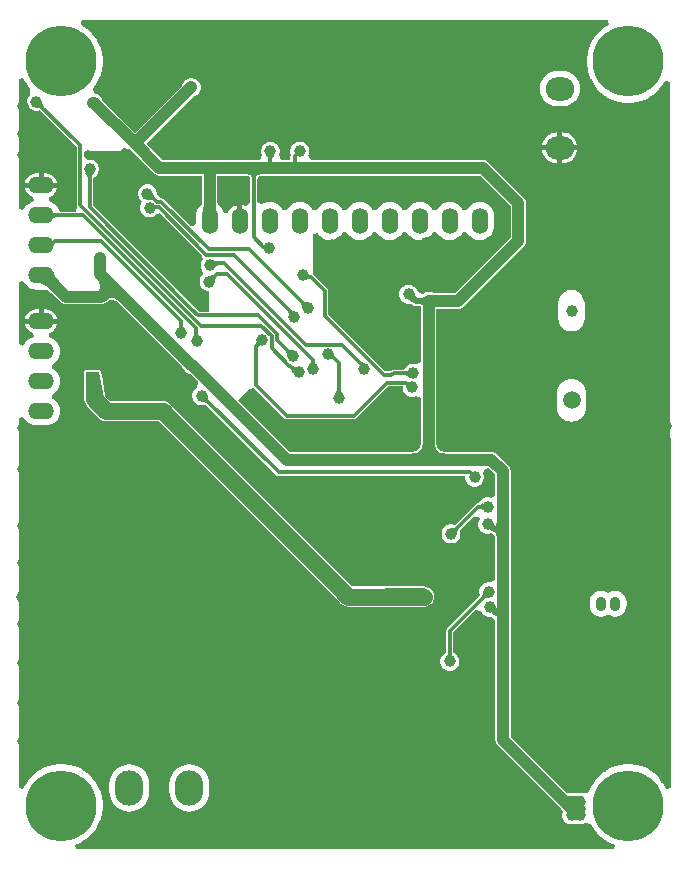
<source format=gbl>
G04*
G04 #@! TF.GenerationSoftware,Altium Limited,Altium Designer,22.3.1 (43)*
G04*
G04 Layer_Physical_Order=2*
G04 Layer_Color=16711680*
%FSLAX44Y44*%
%MOMM*%
G71*
G04*
G04 #@! TF.SameCoordinates,0660A848-1A26-4927-BFA5-E7A76C088184*
G04*
G04*
G04 #@! TF.FilePolarity,Positive*
G04*
G01*
G75*
%ADD92C,0.3000*%
%ADD93C,1.4000*%
%ADD94C,0.5000*%
%ADD95C,1.0000*%
%ADD97C,6.0000*%
%ADD99O,0.9000X1.2000*%
%ADD100C,1.5000*%
%ADD101C,1.0000*%
%ADD102C,0.8000*%
%ADD103O,2.4000X3.0000*%
%ADD104O,2.2000X1.4000*%
%ADD105O,2.4000X2.0000*%
%ADD106O,1.4000X2.2000*%
G36*
X19010Y630402D02*
X19053Y629879D01*
X19128Y629379D01*
X19235Y628904D01*
X19375Y628454D01*
X19546Y628028D01*
X19750Y627626D01*
X19986Y627248D01*
X20254Y626895D01*
X20555Y626567D01*
X18433Y624445D01*
X18105Y624746D01*
X17751Y625014D01*
X17374Y625250D01*
X16972Y625454D01*
X16546Y625625D01*
X16095Y625765D01*
X15621Y625872D01*
X15122Y625947D01*
X14598Y625990D01*
X14050Y626000D01*
X19000Y630950D01*
X19010Y630402D01*
D02*
G37*
G36*
X92693Y591036D02*
X113364Y570364D01*
X114722Y569322D01*
X116303Y568667D01*
X118000Y568444D01*
X154144D01*
Y547311D01*
X154113Y545435D01*
X154030Y544041D01*
X154001Y544026D01*
X152174Y542526D01*
X150674Y540699D01*
X149560Y538614D01*
X148874Y536352D01*
X148642Y534000D01*
Y527027D01*
X146197Y525581D01*
X144689Y525323D01*
X121516Y548496D01*
X120523Y549159D01*
X119353Y549392D01*
X119353Y549392D01*
X119313D01*
X116000Y551947D01*
Y554053D01*
X115455Y556088D01*
X114402Y557912D01*
X112912Y559402D01*
X111088Y560455D01*
X109053Y561000D01*
X106947D01*
X104912Y560455D01*
X103088Y559402D01*
X101598Y557912D01*
X100545Y556088D01*
X100000Y554053D01*
Y551947D01*
X100545Y549912D01*
X101598Y548088D01*
X103088Y546598D01*
X102291Y544088D01*
X101746Y542053D01*
Y539947D01*
X102291Y537912D01*
X103345Y536088D01*
X104834Y534598D01*
X106658Y533545D01*
X108693Y533000D01*
X110800D01*
X112834Y533545D01*
X114658Y534598D01*
X116148Y536088D01*
X118588Y536409D01*
X153040Y501957D01*
X154598Y497859D01*
X153545Y496035D01*
X153000Y494000D01*
Y491894D01*
X153545Y489859D01*
X154057Y488973D01*
X155095Y485286D01*
X153727Y483551D01*
X153686Y483511D01*
X152633Y481686D01*
X152088Y479652D01*
Y477545D01*
X152633Y475510D01*
X153686Y473686D01*
X155176Y472197D01*
X157000Y471144D01*
X159035Y470598D01*
X160088D01*
Y453059D01*
X151953D01*
X148795Y456217D01*
X148163Y457163D01*
X148163Y457163D01*
X62059Y543267D01*
Y566537D01*
X62088Y566545D01*
X63912Y567598D01*
X65402Y569088D01*
X66455Y570912D01*
X67000Y572947D01*
Y575053D01*
X66455Y577088D01*
X65402Y578912D01*
X63912Y580402D01*
X62088Y581455D01*
X60053Y582000D01*
X57947D01*
X54267Y584547D01*
X54136Y584793D01*
X54479Y588321D01*
X58024Y589856D01*
X59000Y589000D01*
X85000D01*
X87450Y591450D01*
X92693Y591036D01*
D02*
G37*
G36*
X215120Y585034D02*
X214780Y584634D01*
X214480Y584228D01*
X214220Y583816D01*
X214000Y583399D01*
X213820Y582977D01*
X213680Y582548D01*
X213580Y582115D01*
X213520Y581675D01*
X213500Y581230D01*
X210500D01*
X210480Y581675D01*
X210420Y582115D01*
X210320Y582548D01*
X210180Y582977D01*
X210000Y583399D01*
X209780Y583816D01*
X209520Y584228D01*
X209220Y584634D01*
X208880Y585034D01*
X208500Y585429D01*
X215500D01*
X215120Y585034D01*
D02*
G37*
G36*
X62120Y570034D02*
X61780Y569634D01*
X61480Y569228D01*
X61220Y568816D01*
X61000Y568399D01*
X60820Y567977D01*
X60680Y567548D01*
X60580Y567115D01*
X60520Y566675D01*
X60500Y566230D01*
X57500D01*
X57480Y566675D01*
X57420Y567115D01*
X57320Y567548D01*
X57180Y567977D01*
X57000Y568399D01*
X56780Y568816D01*
X56520Y569228D01*
X56220Y569634D01*
X55880Y570034D01*
X55500Y570429D01*
X62500D01*
X62120Y570034D01*
D02*
G37*
G36*
X209500Y570000D02*
X205900Y569880D01*
X204400Y569730D01*
X203100Y569520D01*
X202000Y569250D01*
X201100Y568920D01*
X200400Y568530D01*
X200152Y568307D01*
X200009Y567637D01*
X199826Y566442D01*
X199582Y563623D01*
X199500Y560230D01*
X196500D01*
X196480Y561998D01*
X196174Y566442D01*
X195991Y567637D01*
X195848Y568307D01*
X195600Y568530D01*
X194900Y568920D01*
X194000Y569250D01*
X192900Y569520D01*
X191600Y569730D01*
X188400Y569970D01*
X186500Y570000D01*
X198000Y580000D01*
X209500Y570000D01*
D02*
G37*
G36*
X113043Y553139D02*
X113294Y552097D01*
X113453Y551617D01*
X113634Y551165D01*
X113837Y550740D01*
X114062Y550342D01*
X114309Y549971D01*
X114578Y549628D01*
X114869Y549312D01*
X113086Y546853D01*
X112748Y547160D01*
X112390Y547426D01*
X112011Y547650D01*
X111613Y547834D01*
X111194Y547976D01*
X110756Y548076D01*
X110297Y548135D01*
X109817Y548153D01*
X109318Y548129D01*
X108799Y548064D01*
X112951Y553700D01*
X113043Y553139D01*
D02*
G37*
G36*
X188331Y568442D02*
X191420Y568210D01*
X192595Y568020D01*
X193553Y567785D01*
X194261Y567525D01*
X194476Y567405D01*
X194486Y567362D01*
X194653Y566273D01*
X194941Y562076D01*
Y544863D01*
X191143Y542735D01*
X188710Y543743D01*
X188100Y543823D01*
Y530000D01*
X184100D01*
Y543823D01*
X183489Y543743D01*
X181057Y542735D01*
X178968Y541132D01*
X177365Y539043D01*
X176357Y536611D01*
X172526Y536352D01*
X171840Y538614D01*
X170726Y540699D01*
X169226Y542526D01*
X167472Y543966D01*
X167256Y546958D01*
Y568444D01*
X188178D01*
X188331Y568442D01*
D02*
G37*
G36*
X3542Y649486D02*
X5836Y645513D01*
X8629Y641873D01*
X8704Y641798D01*
X8862Y639983D01*
X8266Y636579D01*
X7598Y635912D01*
X6545Y634088D01*
X6000Y632053D01*
Y629947D01*
X6545Y627912D01*
X7598Y626088D01*
X9088Y624598D01*
X10912Y623545D01*
X12947Y623000D01*
X15053D01*
X17088Y623545D01*
X17114Y623560D01*
X47941Y592733D01*
Y543322D01*
X47941Y543322D01*
X48174Y542152D01*
X48437Y541759D01*
X47275Y537759D01*
X33612D01*
X33140Y539314D01*
X32026Y541399D01*
X30526Y543226D01*
X28699Y544726D01*
X26614Y545840D01*
X24352Y546526D01*
X24611Y550357D01*
X27043Y551365D01*
X29132Y552968D01*
X30735Y555057D01*
X31743Y557490D01*
X31823Y558100D01*
X18000D01*
X4177D01*
X4257Y557490D01*
X5265Y555057D01*
X6868Y552968D01*
X8957Y551365D01*
X11389Y550357D01*
X11648Y546526D01*
X9386Y545840D01*
X7301Y544726D01*
X5474Y543226D01*
X3974Y541399D01*
X2860Y539314D01*
X-1000Y540370D01*
Y649999D01*
X3000Y650794D01*
X3542Y649486D01*
D02*
G37*
G36*
X165715Y547068D02*
X166229Y539954D01*
X166420Y538935D01*
X166641Y538049D01*
X166891Y537297D01*
X167170Y536680D01*
X154230D01*
X154509Y537297D01*
X154759Y538049D01*
X154980Y538935D01*
X155171Y539954D01*
X155465Y542397D01*
X155641Y545377D01*
X155700Y548894D01*
X165700D01*
X165715Y547068D01*
D02*
G37*
G36*
X28308Y537403D02*
X28414Y537151D01*
X28592Y536928D01*
X28841Y536735D01*
X29161Y536571D01*
X29552Y536438D01*
X30015Y536334D01*
X30548Y536259D01*
X31153Y536215D01*
X31828Y536200D01*
Y533200D01*
X31153Y533185D01*
X30015Y533066D01*
X29552Y532962D01*
X29161Y532829D01*
X28841Y532665D01*
X28592Y532472D01*
X28414Y532249D01*
X28308Y531997D01*
X28272Y531714D01*
Y537686D01*
X28308Y537403D01*
D02*
G37*
G36*
X415444Y542284D02*
Y515716D01*
X368284Y468556D01*
X350644D01*
X349088Y469455D01*
X347053Y470000D01*
X344947D01*
X342912Y469455D01*
X341088Y468402D01*
X341000Y468314D01*
X338979Y468687D01*
X336806Y469777D01*
X336455Y471088D01*
X335402Y472912D01*
X333912Y474402D01*
X332088Y475455D01*
X330053Y476000D01*
X327947D01*
X325912Y475455D01*
X324088Y474402D01*
X322598Y472912D01*
X321545Y471088D01*
X321000Y469053D01*
Y466947D01*
X321545Y464912D01*
X322598Y463088D01*
X324088Y461598D01*
X325912Y460545D01*
X327947Y460000D01*
X330053D01*
X330983Y460249D01*
X332116Y459116D01*
X333439Y458232D01*
X335000Y457922D01*
X335000Y457922D01*
X336954D01*
X337186Y457916D01*
X339014Y457755D01*
X339232Y457722D01*
X339444Y457355D01*
Y411136D01*
X337582Y409649D01*
X335444Y408627D01*
X334053Y409000D01*
X331947D01*
X329912Y408455D01*
X328088Y407402D01*
X326598Y405912D01*
X325545Y404088D01*
X325537Y404059D01*
X316314D01*
X316314Y404059D01*
X315143Y403826D01*
X314151Y403163D01*
X313587Y402599D01*
X309413D01*
X301163Y410849D01*
X301163Y410849D01*
X261059Y450953D01*
Y471000D01*
X261059Y471000D01*
X260826Y472171D01*
X260163Y473163D01*
X260163Y473163D01*
X248380Y484945D01*
X248000Y485200D01*
Y518812D01*
X252000Y519814D01*
X252274Y519301D01*
X253774Y517474D01*
X255601Y515974D01*
X257686Y514860D01*
X259948Y514174D01*
X262300Y513942D01*
X264652Y514174D01*
X266914Y514860D01*
X268999Y515974D01*
X270826Y517474D01*
X272326Y519301D01*
X272785Y520160D01*
X273671Y520448D01*
X276329D01*
X277215Y520160D01*
X277674Y519301D01*
X279174Y517474D01*
X281001Y515974D01*
X283086Y514860D01*
X285348Y514174D01*
X287700Y513942D01*
X290052Y514174D01*
X292314Y514860D01*
X294399Y515974D01*
X296226Y517474D01*
X297726Y519301D01*
X298185Y520160D01*
X299071Y520448D01*
X301729D01*
X302615Y520160D01*
X303074Y519301D01*
X304574Y517474D01*
X306401Y515974D01*
X308486Y514860D01*
X310748Y514174D01*
X313100Y513942D01*
X315452Y514174D01*
X317714Y514860D01*
X319799Y515974D01*
X321626Y517474D01*
X323126Y519301D01*
X323585Y520160D01*
X324471Y520448D01*
X327129D01*
X328015Y520160D01*
X328474Y519301D01*
X329974Y517474D01*
X331801Y515974D01*
X333886Y514860D01*
X336148Y514174D01*
X338500Y513942D01*
X340852Y514174D01*
X343114Y514860D01*
X345199Y515974D01*
X347026Y517474D01*
X348526Y519301D01*
X348985Y520160D01*
X349871Y520448D01*
X352529D01*
X353415Y520160D01*
X353874Y519301D01*
X355374Y517474D01*
X357201Y515974D01*
X359286Y514860D01*
X361548Y514174D01*
X363900Y513942D01*
X366252Y514174D01*
X368514Y514860D01*
X370599Y515974D01*
X372426Y517474D01*
X373926Y519301D01*
X374385Y520160D01*
X375271Y520448D01*
X377929D01*
X378815Y520160D01*
X379274Y519301D01*
X380774Y517474D01*
X382601Y515974D01*
X384686Y514860D01*
X386948Y514174D01*
X389300Y513942D01*
X391652Y514174D01*
X393914Y514860D01*
X395999Y515974D01*
X397826Y517474D01*
X399326Y519301D01*
X400440Y521386D01*
X401126Y523648D01*
X401358Y526000D01*
Y534000D01*
X401126Y536352D01*
X400440Y538614D01*
X399326Y540699D01*
X397826Y542526D01*
X395999Y544026D01*
X393914Y545140D01*
X391652Y545826D01*
X389300Y546058D01*
X386948Y545826D01*
X384686Y545140D01*
X382601Y544026D01*
X380774Y542526D01*
X379274Y540699D01*
X378815Y539840D01*
X377929Y539552D01*
X375271D01*
X374385Y539840D01*
X373926Y540699D01*
X372426Y542526D01*
X370599Y544026D01*
X368514Y545140D01*
X366252Y545826D01*
X363900Y546058D01*
X361548Y545826D01*
X359286Y545140D01*
X357201Y544026D01*
X355374Y542526D01*
X353874Y540699D01*
X353415Y539840D01*
X352529Y539552D01*
X349871D01*
X348985Y539840D01*
X348526Y540699D01*
X347026Y542526D01*
X345199Y544026D01*
X343114Y545140D01*
X340852Y545826D01*
X338500Y546058D01*
X336148Y545826D01*
X333886Y545140D01*
X331801Y544026D01*
X329974Y542526D01*
X328474Y540699D01*
X328015Y539840D01*
X327129Y539552D01*
X324471D01*
X323585Y539840D01*
X323126Y540699D01*
X321626Y542526D01*
X319799Y544026D01*
X317714Y545140D01*
X315452Y545826D01*
X313100Y546058D01*
X310748Y545826D01*
X308486Y545140D01*
X306401Y544026D01*
X304574Y542526D01*
X303074Y540699D01*
X302615Y539840D01*
X301729Y539552D01*
X299071D01*
X298185Y539840D01*
X297726Y540699D01*
X296226Y542526D01*
X294399Y544026D01*
X292314Y545140D01*
X290052Y545826D01*
X287700Y546058D01*
X285348Y545826D01*
X283086Y545140D01*
X281001Y544026D01*
X279174Y542526D01*
X277674Y540699D01*
X277215Y539840D01*
X276329Y539552D01*
X273671D01*
X272785Y539840D01*
X272326Y540699D01*
X270826Y542526D01*
X268999Y544026D01*
X266914Y545140D01*
X264652Y545826D01*
X262300Y546058D01*
X259948Y545826D01*
X257686Y545140D01*
X255601Y544026D01*
X253774Y542526D01*
X252274Y540699D01*
X251815Y539840D01*
X250929Y539552D01*
X248271D01*
X247385Y539840D01*
X246926Y540699D01*
X245426Y542526D01*
X243599Y544026D01*
X241514Y545140D01*
X239252Y545826D01*
X236900Y546058D01*
X234548Y545826D01*
X232286Y545140D01*
X230201Y544026D01*
X228374Y542526D01*
X226874Y540699D01*
X226415Y539840D01*
X225529Y539552D01*
X222871D01*
X221985Y539840D01*
X221526Y540699D01*
X220026Y542526D01*
X218199Y544026D01*
X216114Y545140D01*
X213852Y545826D01*
X211500Y546058D01*
X209148Y545826D01*
X206886Y545140D01*
X205059Y544164D01*
X204050Y544448D01*
X201059Y546129D01*
Y561435D01*
X201109Y563538D01*
X201345Y566260D01*
X201514Y567362D01*
X201524Y567405D01*
X201739Y567525D01*
X202447Y567785D01*
X203405Y568020D01*
X204598Y568213D01*
X206001Y568353D01*
X208726Y568444D01*
X389284D01*
X415444Y542284D01*
D02*
G37*
G36*
X30737Y511939D02*
X28910Y509935D01*
X27673Y513326D01*
X27692Y513306D01*
X27728Y513307D01*
X27781Y513328D01*
X27850Y513370D01*
X27936Y513433D01*
X28039Y513517D01*
X28447Y513894D01*
X28616Y514061D01*
X30737Y511939D01*
D02*
G37*
G36*
X164241Y496813D02*
X165194Y496294D01*
X165660Y496083D01*
X166118Y495905D01*
X166569Y495759D01*
X167012Y495646D01*
X167449Y495565D01*
X167877Y495516D01*
X168299Y495500D01*
X168980Y492500D01*
X168520Y492478D01*
X168078Y492411D01*
X167656Y492300D01*
X167252Y492144D01*
X166868Y491944D01*
X166502Y491700D01*
X166155Y491411D01*
X165827Y491078D01*
X165518Y490700D01*
X165228Y490277D01*
X163753Y497120D01*
X164241Y496813D01*
D02*
G37*
G36*
X244998Y484373D02*
X245037Y484354D01*
X245099Y484337D01*
X245186Y484323D01*
X245297Y484310D01*
X245776Y484287D01*
X246217Y484282D01*
Y481283D01*
X244207Y481298D01*
X244984Y484394D01*
X244998Y484373D01*
D02*
G37*
G36*
X166643Y483032D02*
X166342Y482703D01*
X166074Y482350D01*
X165838Y481972D01*
X165634Y481571D01*
X165462Y481144D01*
X165323Y480694D01*
X165216Y480219D01*
X165141Y479720D01*
X165098Y479196D01*
X165088Y478648D01*
X160138Y483598D01*
X160686Y483609D01*
X161209Y483651D01*
X161709Y483726D01*
X162183Y483834D01*
X162634Y483973D01*
X163060Y484145D01*
X163462Y484348D01*
X163839Y484584D01*
X164193Y484853D01*
X164521Y485153D01*
X166643Y483032D01*
D02*
G37*
G36*
X28790Y485667D02*
X29206Y484721D01*
X29718Y483741D01*
X30325Y482727D01*
X31829Y480600D01*
X32724Y479486D01*
X35987Y475942D01*
X29915Y467872D01*
X27618Y470098D01*
X23482Y473672D01*
X21642Y475019D01*
X19954Y476073D01*
X18419Y476834D01*
X17036Y477302D01*
X15806Y477477D01*
X14728Y477358D01*
X13802Y476947D01*
X28470Y486580D01*
X28790Y485667D01*
D02*
G37*
G36*
X78000Y475000D02*
X85071Y460858D01*
X83673Y462147D01*
X82307Y463185D01*
X80973Y463972D01*
X79671Y464509D01*
X78402Y464795D01*
X77164Y464830D01*
X75959Y464615D01*
X74786Y464149D01*
X73644Y463432D01*
X72536Y462464D01*
X65465Y469535D01*
X66438Y470638D01*
X67173Y471761D01*
X67670Y472904D01*
X67927Y474067D01*
X67947Y475250D01*
X67727Y476453D01*
X67270Y477676D01*
X66573Y478919D01*
X65638Y480182D01*
X64465Y481465D01*
X78000Y475000D01*
D02*
G37*
G36*
X334017Y467664D02*
X334073Y467367D01*
X334170Y467059D01*
X334305Y466739D01*
X334481Y466409D01*
X334696Y466066D01*
X334950Y465713D01*
X335244Y465348D01*
X335951Y464585D01*
X335877Y464510D01*
X336180Y464514D01*
X339196Y464726D01*
X340028Y464852D01*
X340773Y465008D01*
X341431Y465191D01*
X342002Y465402D01*
X342486Y465642D01*
X342884Y465910D01*
Y458090D01*
X342486Y458358D01*
X342002Y458598D01*
X341431Y458809D01*
X340773Y458992D01*
X340028Y459147D01*
X339196Y459274D01*
X337272Y459444D01*
X335000Y459500D01*
Y463634D01*
X332415Y461049D01*
X332028Y461422D01*
X331287Y462050D01*
X330934Y462304D01*
X330592Y462519D01*
X330261Y462695D01*
X329941Y462831D01*
X329633Y462927D01*
X329336Y462983D01*
X329050Y463000D01*
X334000Y467950D01*
X334017Y467664D01*
D02*
G37*
G36*
X239895Y462254D02*
X240249Y461986D01*
X240626Y461750D01*
X241028Y461546D01*
X241454Y461375D01*
X241904Y461235D01*
X242379Y461128D01*
X242878Y461053D01*
X243402Y461010D01*
X243950Y461000D01*
X239000Y456050D01*
X238990Y456598D01*
X238947Y457122D01*
X238872Y457621D01*
X238765Y458096D01*
X238626Y458546D01*
X238454Y458972D01*
X238250Y459374D01*
X238014Y459752D01*
X237746Y460105D01*
X237445Y460433D01*
X239567Y462555D01*
X239895Y462254D01*
D02*
G37*
G36*
X229606Y455087D02*
X229937Y454819D01*
X230297Y454565D01*
X230685Y454324D01*
X231102Y454096D01*
X232023Y453681D01*
X232526Y453494D01*
X233618Y453160D01*
X227524Y449716D01*
X227643Y450203D01*
X227714Y450674D01*
X227737Y451129D01*
X227712Y451568D01*
X227640Y451992D01*
X227519Y452399D01*
X227351Y452791D01*
X227135Y453167D01*
X226871Y453526D01*
X226559Y453870D01*
X229303Y455368D01*
X229606Y455087D01*
D02*
G37*
G36*
X138065Y442237D02*
X138125Y441797D01*
X138225Y441364D01*
X138365Y440935D01*
X138545Y440513D01*
X138765Y440096D01*
X139025Y439684D01*
X139325Y439278D01*
X139665Y438878D01*
X140045Y438483D01*
X133045D01*
X133425Y438878D01*
X133765Y439278D01*
X134065Y439684D01*
X134325Y440096D01*
X134545Y440513D01*
X134725Y440935D01*
X134865Y441364D01*
X134965Y441797D01*
X135025Y442237D01*
X135045Y442682D01*
X138045D01*
X138065Y442237D01*
D02*
G37*
G36*
X150316Y435526D02*
X150383Y435085D01*
X150495Y434664D01*
X150652Y434263D01*
X150853Y433882D01*
X151099Y433522D01*
X151389Y433181D01*
X151725Y432861D01*
X152105Y432561D01*
X152529Y432281D01*
X145718Y430668D01*
X146017Y431163D01*
X146522Y432128D01*
X146727Y432598D01*
X147042Y433512D01*
X147152Y433957D01*
X147231Y434392D01*
X147278Y434820D01*
X147294Y435238D01*
X150294Y435988D01*
X150316Y435526D01*
D02*
G37*
G36*
X204034Y424094D02*
X203769Y424126D01*
X203497Y424120D01*
X203218Y424075D01*
X202932Y423992D01*
X202638Y423870D01*
X202337Y423709D01*
X202029Y423510D01*
X201714Y423273D01*
X201391Y422996D01*
X201061Y422682D01*
X198939Y424803D01*
X199238Y425118D01*
X199498Y425427D01*
X199719Y425730D01*
X199901Y426027D01*
X200044Y426317D01*
X200149Y426602D01*
X200214Y426880D01*
X200241Y427153D01*
X200229Y427419D01*
X200178Y427679D01*
X204034Y424094D01*
D02*
G37*
G36*
X227009Y421814D02*
X227362Y421546D01*
X227740Y421310D01*
X228142Y421106D01*
X228568Y420935D01*
X229018Y420795D01*
X229493Y420688D01*
X229993Y420613D01*
X230516Y420570D01*
X231064Y420560D01*
X226114Y415610D01*
X226104Y416158D01*
X226061Y416682D01*
X225986Y417181D01*
X225879Y417656D01*
X225739Y418106D01*
X225568Y418532D01*
X225364Y418934D01*
X225128Y419312D01*
X224860Y419665D01*
X224559Y419994D01*
X226681Y422115D01*
X227009Y421814D01*
D02*
G37*
G36*
X249294Y411790D02*
X249327Y411394D01*
X249383Y411031D01*
X249462Y410699D01*
X249563Y410400D01*
X249686Y410133D01*
X249832Y409897D01*
X250000Y409694D01*
X250191Y409523D01*
X250404Y409384D01*
X245224Y409159D01*
X245425Y409316D01*
X245605Y409507D01*
X245764Y409731D01*
X245901Y409987D01*
X246018Y410277D01*
X246113Y410599D01*
X246187Y410954D01*
X246240Y411342D01*
X246272Y411763D01*
X246283Y412217D01*
X249282D01*
X249294Y411790D01*
D02*
G37*
G36*
X230802Y407457D02*
X231162Y407192D01*
X231538Y406976D01*
X231929Y406808D01*
X232337Y406688D01*
X232760Y406615D01*
X233199Y406590D01*
X233654Y406614D01*
X234126Y406685D01*
X234613Y406804D01*
X231170Y400709D01*
X231009Y401269D01*
X230648Y402304D01*
X230447Y402779D01*
X230006Y403642D01*
X229765Y404030D01*
X229510Y404390D01*
X229242Y404721D01*
X228961Y405024D01*
X230459Y407769D01*
X230802Y407457D01*
D02*
G37*
G36*
X329429Y397500D02*
X329034Y397880D01*
X328634Y398220D01*
X328228Y398520D01*
X327816Y398780D01*
X327399Y399000D01*
X326977Y399180D01*
X326548Y399320D01*
X326115Y399420D01*
X325675Y399480D01*
X325230Y399500D01*
Y402500D01*
X325675Y402520D01*
X326115Y402580D01*
X326548Y402680D01*
X326977Y402820D01*
X327399Y403000D01*
X327816Y403220D01*
X328228Y403480D01*
X328634Y403780D01*
X329034Y404120D01*
X329429Y404500D01*
Y397500D01*
D02*
G37*
G36*
X328017Y393853D02*
X328401Y393518D01*
X328570Y393391D01*
X328725Y393292D01*
X328866Y393218D01*
X328991Y393172D01*
X329102Y393153D01*
X329199Y393161D01*
X329280Y393196D01*
X327118Y390079D01*
X327117Y390160D01*
X327085Y390265D01*
X327021Y390393D01*
X326925Y390544D01*
X326797Y390718D01*
X326446Y391137D01*
X325969Y391648D01*
X325682Y391939D01*
X327803Y394061D01*
X328017Y393853D01*
D02*
G37*
G36*
X271520Y387325D02*
X271580Y386885D01*
X271680Y386452D01*
X271820Y386023D01*
X272000Y385601D01*
X272220Y385184D01*
X272480Y384772D01*
X272780Y384366D01*
X273120Y383966D01*
X273500Y383571D01*
X266500D01*
X266880Y383966D01*
X267220Y384366D01*
X267520Y384772D01*
X267780Y385184D01*
X268000Y385601D01*
X268180Y386023D01*
X268320Y386452D01*
X268420Y386885D01*
X268480Y387325D01*
X268500Y387770D01*
X271500D01*
X271520Y387325D01*
D02*
G37*
G36*
X159010Y381402D02*
X159053Y380878D01*
X159128Y380379D01*
X159235Y379904D01*
X159375Y379454D01*
X159546Y379028D01*
X159750Y378626D01*
X159986Y378248D01*
X160254Y377895D01*
X160555Y377567D01*
X158433Y375445D01*
X158105Y375746D01*
X157752Y376014D01*
X157374Y376250D01*
X156972Y376454D01*
X156546Y376626D01*
X156096Y376765D01*
X155621Y376872D01*
X155121Y376947D01*
X154598Y376990D01*
X154050Y377000D01*
X159000Y381950D01*
X159010Y381402D01*
D02*
G37*
G36*
X324000Y387947D02*
X324545Y385912D01*
X325598Y384088D01*
X327088Y382598D01*
X328912Y381545D01*
X330947Y381000D01*
X333053D01*
X335088Y381545D01*
X335444Y381751D01*
X339181Y379954D01*
X339444Y379647D01*
Y342534D01*
X339378Y341274D01*
X339113Y339777D01*
X338691Y338509D01*
X338123Y337455D01*
X337413Y336587D01*
X336545Y335877D01*
X335491Y335309D01*
X334223Y334887D01*
X332726Y334622D01*
X331467Y334556D01*
X228716D01*
X184636Y378636D01*
X193808Y387808D01*
X197837Y388837D01*
X223837Y362837D01*
X224830Y362174D01*
X226000Y361941D01*
X282778D01*
X282778Y361941D01*
X283949Y362174D01*
X284941Y362837D01*
X312045Y389941D01*
X324000D01*
Y387947D01*
D02*
G37*
G36*
X3974Y477201D02*
X5474Y475374D01*
X7301Y473874D01*
X9386Y472760D01*
X11648Y472074D01*
X14000Y471842D01*
X22000D01*
X23131Y471953D01*
X26585Y468970D01*
X27611Y467975D01*
X34222Y461364D01*
X35580Y460322D01*
X37161Y459667D01*
X38858Y459444D01*
X69000D01*
X70697Y459667D01*
X72278Y460322D01*
X73636Y461364D01*
X73876Y461604D01*
X74560Y462201D01*
X75480Y462779D01*
X76380Y463137D01*
X77278Y463297D01*
X78210Y463270D01*
X79208Y463046D01*
X80289Y462600D01*
X81453Y461913D01*
X82690Y460973D01*
X83529Y460199D01*
X138446Y405282D01*
X138545Y404912D01*
X139598Y403088D01*
X141088Y401598D01*
X142912Y400545D01*
X144648Y400080D01*
X151086Y393643D01*
X151011Y391827D01*
X150091Y388981D01*
X149088Y388402D01*
X147598Y386912D01*
X146545Y385088D01*
X146000Y383053D01*
Y380947D01*
X146545Y378912D01*
X147598Y377088D01*
X149088Y375598D01*
X150912Y374545D01*
X152947Y374000D01*
X155053D01*
X157088Y374545D01*
X157114Y374560D01*
X216837Y314837D01*
X216837Y314837D01*
X217829Y314174D01*
X219000Y313941D01*
X377000D01*
Y311947D01*
X377545Y309912D01*
X378598Y308088D01*
X380088Y306598D01*
X381912Y305545D01*
X383947Y305000D01*
X386053D01*
X388088Y305545D01*
X389912Y306598D01*
X391402Y308088D01*
X392455Y309912D01*
X393000Y311947D01*
Y314053D01*
X392455Y316088D01*
X392198Y316532D01*
X393990Y320324D01*
X397136Y320593D01*
X402444Y315284D01*
Y298136D01*
X400582Y296649D01*
X398444Y295627D01*
X397053Y296000D01*
X394947D01*
X392912Y295455D01*
X391088Y294402D01*
X389598Y292912D01*
X388545Y291088D01*
X388537Y291059D01*
X388000D01*
X386829Y290826D01*
X385837Y290163D01*
X385837Y290163D01*
X368114Y272440D01*
X368088Y272455D01*
X366053Y273000D01*
X363947D01*
X361912Y272455D01*
X360088Y271402D01*
X358598Y269912D01*
X357545Y268088D01*
X357000Y266053D01*
Y263947D01*
X357545Y261912D01*
X358598Y260088D01*
X360088Y258598D01*
X361912Y257545D01*
X363947Y257000D01*
X366053D01*
X368088Y257545D01*
X369912Y258598D01*
X371402Y260088D01*
X372455Y261912D01*
X373000Y263947D01*
Y266053D01*
X372455Y268088D01*
X372440Y268114D01*
X383667Y279341D01*
X388889Y278907D01*
X389289Y278347D01*
X389454Y277663D01*
X388545Y276088D01*
X388000Y274053D01*
Y271947D01*
X388545Y269912D01*
X389598Y268088D01*
X391088Y266598D01*
X392912Y265545D01*
X394947Y265000D01*
X397053D01*
X398424Y265367D01*
X401969Y263098D01*
X402070Y262630D01*
X402242Y261425D01*
X402367Y260010D01*
X402444Y257385D01*
Y226713D01*
X401921Y225990D01*
X398444Y223895D01*
X398053Y224000D01*
X395947D01*
X393912Y223455D01*
X392088Y222402D01*
X390598Y220912D01*
X389545Y219088D01*
X389000Y217053D01*
Y214947D01*
X389545Y212912D01*
X389560Y212886D01*
X361837Y185163D01*
X361174Y184170D01*
X360941Y183000D01*
X360941Y183000D01*
Y164463D01*
X360912Y164455D01*
X359088Y163402D01*
X357598Y161912D01*
X356545Y160088D01*
X356000Y158053D01*
Y155947D01*
X356545Y153912D01*
X357598Y152088D01*
X359088Y150598D01*
X360912Y149545D01*
X362947Y149000D01*
X365053D01*
X367088Y149545D01*
X368912Y150598D01*
X370402Y152088D01*
X371455Y153912D01*
X372000Y155947D01*
Y158053D01*
X371455Y160088D01*
X370402Y161912D01*
X368912Y163402D01*
X367088Y164455D01*
X367059Y164463D01*
Y181733D01*
X386158Y200832D01*
X390463Y199929D01*
X390673Y199690D01*
X391598Y198088D01*
X393088Y196598D01*
X394912Y195545D01*
X396947Y195000D01*
X399053D01*
X402341Y192232D01*
X402420Y190557D01*
X402444Y188140D01*
Y90500D01*
X402667Y88803D01*
X403322Y87222D01*
X404364Y85864D01*
X459000Y31228D01*
Y30947D01*
X459388Y29500D01*
X459000Y28053D01*
Y25947D01*
X459545Y23912D01*
X460598Y22088D01*
X462088Y20598D01*
X463912Y19545D01*
X465947Y19000D01*
X468053D01*
X470088Y19545D01*
X470500Y19783D01*
X470912Y19545D01*
X472947Y19000D01*
X475053D01*
X477088Y19545D01*
X478783Y20524D01*
X478938Y20594D01*
X483433Y19749D01*
X483542Y19487D01*
X485836Y15513D01*
X488629Y11873D01*
X491873Y8629D01*
X495513Y5836D01*
X499487Y3542D01*
X503726Y1786D01*
X502589Y-2000D01*
X47411Y-2000D01*
X46275Y1786D01*
X50514Y3542D01*
X54487Y5836D01*
X58127Y8629D01*
X61371Y11873D01*
X64164Y15513D01*
X66458Y19487D01*
X68214Y23726D01*
X69401Y28157D01*
X70000Y32706D01*
X70000Y33471D01*
Y37294D01*
X69401Y41843D01*
X68214Y46275D01*
X66458Y50513D01*
X64164Y54487D01*
X61371Y58127D01*
X58127Y61371D01*
X54487Y64164D01*
X50513Y66458D01*
X46274Y68214D01*
X41843Y69401D01*
X37294Y70000D01*
X35000Y70000D01*
X32706D01*
X28157Y69401D01*
X23725Y68214D01*
X19487Y66458D01*
X15513Y64164D01*
X11873Y61371D01*
X8629Y58127D01*
X5836Y54487D01*
X3542Y50513D01*
X3000Y49205D01*
X-1000Y50001D01*
Y363230D01*
X2860Y364286D01*
X3974Y362201D01*
X5474Y360374D01*
X7301Y358874D01*
X9386Y357760D01*
X11648Y357074D01*
X14000Y356842D01*
X22000D01*
X24352Y357074D01*
X26614Y357760D01*
X28699Y358874D01*
X30526Y360374D01*
X32026Y362201D01*
X33140Y364286D01*
X33826Y366548D01*
X34058Y368900D01*
X33826Y371252D01*
X33140Y373514D01*
X32026Y375599D01*
X30526Y377426D01*
X28699Y378926D01*
X27840Y379385D01*
X27552Y380271D01*
Y382929D01*
X27840Y383815D01*
X28699Y384274D01*
X30526Y385774D01*
X32026Y387601D01*
X33140Y389686D01*
X33826Y391948D01*
X34058Y394300D01*
X33826Y396652D01*
X33140Y398914D01*
X32026Y400999D01*
X30526Y402826D01*
X28699Y404326D01*
X27840Y404785D01*
X27552Y405671D01*
Y408329D01*
X27840Y409215D01*
X28699Y409674D01*
X30526Y411174D01*
X32026Y413001D01*
X33140Y415086D01*
X33826Y417348D01*
X34058Y419700D01*
X33826Y422052D01*
X33140Y424314D01*
X32026Y426399D01*
X30526Y428226D01*
X28699Y429726D01*
X26614Y430840D01*
X24352Y431526D01*
X24611Y435357D01*
X27043Y436365D01*
X29132Y437968D01*
X30735Y440057D01*
X31743Y442490D01*
X31823Y443100D01*
X18000D01*
X4177D01*
X4257Y442490D01*
X5265Y440057D01*
X6868Y437968D01*
X8957Y436365D01*
X11389Y435357D01*
X11648Y431526D01*
X9386Y430840D01*
X7301Y429726D01*
X5474Y428226D01*
X3974Y426399D01*
X2860Y424314D01*
X-1000Y425370D01*
Y478230D01*
X2860Y479286D01*
X3974Y477201D01*
D02*
G37*
G36*
X351100Y341100D02*
X351400Y339400D01*
X351900Y337900D01*
X352600Y336600D01*
X353500Y335500D01*
X354600Y334600D01*
X355900Y333900D01*
X357400Y333400D01*
X359100Y333100D01*
X361000Y333000D01*
X346000Y323000D01*
X331000Y333000D01*
X332900Y333100D01*
X334600Y333400D01*
X336100Y333900D01*
X337400Y334600D01*
X338500Y335500D01*
X339400Y336600D01*
X340100Y337900D01*
X340600Y339400D01*
X340900Y341100D01*
X341000Y343000D01*
X351000D01*
X351100Y341100D01*
D02*
G37*
G36*
X392429Y284500D02*
X392034Y284880D01*
X391634Y285220D01*
X391228Y285520D01*
X390816Y285780D01*
X390399Y286000D01*
X389977Y286180D01*
X389548Y286320D01*
X389115Y286420D01*
X388675Y286480D01*
X388230Y286500D01*
Y289500D01*
X388675Y289520D01*
X389115Y289580D01*
X389548Y289680D01*
X389977Y289820D01*
X390399Y290000D01*
X390816Y290220D01*
X391228Y290480D01*
X391634Y290780D01*
X392034Y291120D01*
X392429Y291500D01*
Y284500D01*
D02*
G37*
G36*
X371555Y269433D02*
X371254Y269105D01*
X370986Y268752D01*
X370750Y268374D01*
X370546Y267972D01*
X370374Y267546D01*
X370235Y267096D01*
X370128Y266621D01*
X370053Y266122D01*
X370010Y265598D01*
X370000Y265050D01*
X365050Y270000D01*
X365598Y270010D01*
X366121Y270053D01*
X366621Y270128D01*
X367096Y270235D01*
X367546Y270375D01*
X367972Y270546D01*
X368374Y270750D01*
X368751Y270986D01*
X369105Y271254D01*
X369433Y271555D01*
X371555Y269433D01*
D02*
G37*
G36*
X414000Y269000D02*
X404000Y256500D01*
X403894Y260100D01*
X403762Y261600D01*
X403577Y262900D01*
X403338Y264000D01*
X403047Y264900D01*
X402703Y265600D01*
X402306Y266100D01*
X401856Y266400D01*
X401353Y266500D01*
Y271500D01*
X401856Y271600D01*
X402306Y271900D01*
X402703Y272400D01*
X403047Y273100D01*
X403338Y274000D01*
X403577Y275100D01*
X403974Y279600D01*
X404000Y281500D01*
X414000Y269000D01*
D02*
G37*
G36*
X396950Y211000D02*
X396402Y210990D01*
X395878Y210947D01*
X395379Y210872D01*
X394904Y210765D01*
X394454Y210625D01*
X394028Y210454D01*
X393626Y210250D01*
X393248Y210014D01*
X392895Y209746D01*
X392567Y209445D01*
X390445Y211567D01*
X390746Y211895D01*
X391014Y212248D01*
X391250Y212626D01*
X391454Y213028D01*
X391626Y213454D01*
X391765Y213904D01*
X391872Y214379D01*
X391947Y214879D01*
X391990Y215402D01*
X392000Y215950D01*
X396950Y211000D01*
D02*
G37*
G36*
X414000Y198000D02*
X404000Y185500D01*
X403949Y190600D01*
X403794Y193900D01*
X403720Y194600D01*
X403634Y195100D01*
X403537Y195400D01*
X403429Y195500D01*
Y198174D01*
X401661Y196232D01*
X401272Y196616D01*
X399827Y197901D01*
X399637Y198030D01*
X399481Y198117D01*
X399357Y198161D01*
X399268Y198163D01*
X402955Y202327D01*
X402968Y202253D01*
X403026Y202142D01*
X403125Y201995D01*
X403269Y201810D01*
X403586Y201445D01*
X403994Y208600D01*
X404000Y210500D01*
X414000Y198000D01*
D02*
G37*
G36*
X365520Y164325D02*
X365580Y163885D01*
X365680Y163452D01*
X365820Y163023D01*
X366000Y162601D01*
X366220Y162183D01*
X366480Y161772D01*
X366780Y161366D01*
X367120Y160966D01*
X367500Y160571D01*
X360500D01*
X360880Y160966D01*
X361220Y161366D01*
X361520Y161772D01*
X361780Y162183D01*
X362000Y162601D01*
X362180Y163023D01*
X362320Y163452D01*
X362420Y163885D01*
X362480Y164325D01*
X362500Y164770D01*
X365500D01*
X365520Y164325D01*
D02*
G37*
G36*
X498211Y699141D02*
X498693Y696000D01*
X495513Y694164D01*
X491873Y691371D01*
X488629Y688127D01*
X485836Y684487D01*
X483542Y680513D01*
X481786Y676274D01*
X480599Y671843D01*
X480000Y667294D01*
Y665000D01*
X480000Y662706D01*
X480598Y658157D01*
X481786Y653725D01*
X483542Y649486D01*
X485836Y645513D01*
X488629Y641873D01*
X491873Y638629D01*
X495513Y635836D01*
X499487Y633542D01*
X503726Y631786D01*
X507339Y630818D01*
X508157Y630599D01*
X512706Y630000D01*
X517294D01*
X521843Y630599D01*
X526275Y631786D01*
X530514Y633542D01*
X534487Y635836D01*
X538127Y638629D01*
X541371Y641873D01*
X544164Y645513D01*
X546073Y648819D01*
X548179Y648720D01*
X550074Y647876D01*
X550923Y50186D01*
X546924Y49388D01*
X546458Y50513D01*
X544164Y54487D01*
X541371Y58127D01*
X538127Y61371D01*
X534487Y64164D01*
X530513Y66458D01*
X526274Y68214D01*
X521843Y69401D01*
X517294Y70000D01*
X515000Y70000D01*
X512706D01*
X508157Y69401D01*
X503725Y68214D01*
X499487Y66458D01*
X495513Y64164D01*
X491873Y61371D01*
X488629Y58127D01*
X485836Y54487D01*
X483542Y50513D01*
X482053Y46918D01*
X481255Y46279D01*
X480692Y46029D01*
X477380Y45286D01*
X477088Y45455D01*
X475053Y46000D01*
X472947D01*
X470912Y45455D01*
X470500Y45217D01*
X470088Y45455D01*
X468053Y46000D01*
X465947D01*
X463912Y45455D01*
X463535Y45237D01*
X415556Y93216D01*
Y198000D01*
Y269000D01*
Y318000D01*
X415333Y319697D01*
X414678Y321278D01*
X413636Y322636D01*
X403636Y332636D01*
X402278Y333678D01*
X400697Y334333D01*
X399000Y334556D01*
X360533D01*
X359274Y334622D01*
X357777Y334887D01*
X356509Y335309D01*
X355455Y335877D01*
X354587Y336587D01*
X353877Y337455D01*
X353309Y338509D01*
X352887Y339777D01*
X352622Y341274D01*
X352556Y342534D01*
Y455444D01*
X371000D01*
X372697Y455667D01*
X374278Y456322D01*
X375636Y457364D01*
X426636Y508364D01*
X427678Y509722D01*
X428333Y511303D01*
X428556Y513000D01*
Y545000D01*
X428333Y546697D01*
X427678Y548278D01*
X426636Y549636D01*
X396636Y579636D01*
X395278Y580678D01*
X393697Y581333D01*
X392000Y581556D01*
X246353D01*
X246046Y581819D01*
X244249Y585556D01*
X244455Y585912D01*
X245000Y587947D01*
Y590053D01*
X244455Y592088D01*
X243402Y593912D01*
X241912Y595402D01*
X240088Y596455D01*
X238053Y597000D01*
X235947D01*
X233912Y596455D01*
X232088Y595402D01*
X230598Y593912D01*
X229545Y592088D01*
X229000Y590053D01*
Y587947D01*
X229545Y585912D01*
X229751Y585556D01*
X229065Y583149D01*
X228312Y581556D01*
X221353D01*
X221046Y581819D01*
X219249Y585556D01*
X219455Y585912D01*
X220000Y587947D01*
Y590053D01*
X219455Y592088D01*
X218402Y593912D01*
X216912Y595402D01*
X215088Y596455D01*
X213053Y597000D01*
X210947D01*
X208912Y596455D01*
X207088Y595402D01*
X205598Y593912D01*
X204545Y592088D01*
X204000Y590053D01*
Y587947D01*
X204545Y585912D01*
X204751Y585556D01*
X202954Y581819D01*
X202647Y581556D01*
X120716D01*
X106772Y595500D01*
X146352Y635080D01*
X148088Y635545D01*
X149912Y636598D01*
X151402Y638088D01*
X152455Y639912D01*
X153000Y641947D01*
Y644053D01*
X152455Y646088D01*
X151402Y647912D01*
X149912Y649402D01*
X148088Y650455D01*
X146053Y651000D01*
X143947D01*
X141912Y650455D01*
X140088Y649402D01*
X138598Y647912D01*
X137545Y646088D01*
X137080Y644352D01*
X97500Y604772D01*
X69554Y632718D01*
X69455Y633088D01*
X68402Y634912D01*
X66912Y636402D01*
X65088Y637455D01*
X63053Y638000D01*
X61546Y641472D01*
X61468Y642000D01*
X64164Y645513D01*
X66458Y649487D01*
X68214Y653726D01*
X69401Y658157D01*
X70000Y662706D01*
X70000Y663471D01*
Y667294D01*
X69401Y671843D01*
X68214Y676275D01*
X66458Y680513D01*
X64164Y684487D01*
X61371Y688127D01*
X58127Y691371D01*
X54487Y694164D01*
X51307Y696000D01*
X51790Y699143D01*
X52197Y700000D01*
X497802D01*
X498211Y699141D01*
D02*
G37*
G36*
X477000Y42513D02*
Y24000D01*
X464744D01*
X464360Y24385D01*
X464077Y24102D01*
X464000Y24180D01*
Y43000D01*
X476513D01*
X477000Y42513D01*
D02*
G37*
%LPC*%
G36*
X22000Y570186D02*
X20000D01*
Y562100D01*
X31823D01*
X31743Y562710D01*
X30735Y565143D01*
X29132Y567232D01*
X27043Y568835D01*
X24611Y569843D01*
X22000Y570186D01*
D02*
G37*
G36*
X16000D02*
X14000D01*
X11389Y569843D01*
X8957Y568835D01*
X6868Y567232D01*
X5265Y565143D01*
X4257Y562710D01*
X4177Y562100D01*
X16000D01*
Y570186D01*
D02*
G37*
G36*
X22000Y455186D02*
X20000D01*
Y447100D01*
X31823D01*
X31743Y447710D01*
X30735Y450143D01*
X29132Y452232D01*
X27043Y453835D01*
X24611Y454843D01*
X22000Y455186D01*
D02*
G37*
G36*
X16000D02*
X14000D01*
X11389Y454843D01*
X8957Y453835D01*
X6868Y452232D01*
X5265Y450143D01*
X4257Y447710D01*
X4177Y447100D01*
X16000D01*
Y455186D01*
D02*
G37*
G36*
X67000Y403529D02*
X56000D01*
X55415Y403413D01*
X54919Y403081D01*
X54587Y402585D01*
X54471Y402000D01*
Y397809D01*
X54000Y396053D01*
Y393947D01*
X54471Y392191D01*
Y380000D01*
X54523Y379735D01*
X54427Y379000D01*
X54719Y376781D01*
X55575Y374713D01*
X56938Y372938D01*
X66938Y362938D01*
X68713Y361575D01*
X70781Y360719D01*
X73000Y360427D01*
X117449D01*
X271938Y205938D01*
X273713Y204575D01*
X275781Y203719D01*
X278000Y203427D01*
X342000D01*
X342334Y203471D01*
X343000D01*
X343585Y203587D01*
X343675Y203647D01*
X344219Y203719D01*
X346287Y204575D01*
X348062Y205938D01*
X349425Y207713D01*
X350281Y209781D01*
X350573Y212000D01*
X350281Y214219D01*
X349425Y216287D01*
X348062Y218062D01*
X346287Y219425D01*
X344219Y220281D01*
X343675Y220353D01*
X343585Y220413D01*
X343000Y220529D01*
X342334D01*
X342000Y220573D01*
X281551D01*
X127062Y375062D01*
X125287Y376425D01*
X123219Y377281D01*
X121000Y377573D01*
X76551D01*
X72206Y381919D01*
X70000Y394050D01*
Y396053D01*
X69455Y398088D01*
X69179Y398566D01*
X68505Y402274D01*
X68445Y402425D01*
X68413Y402585D01*
X68336Y402700D01*
X68285Y402829D01*
X68172Y402946D01*
X68081Y403081D01*
X67967Y403158D01*
X67870Y403257D01*
X67721Y403322D01*
X67585Y403413D01*
X67450Y403440D01*
X67323Y403495D01*
X67160Y403498D01*
X67000Y403529D01*
D02*
G37*
G36*
X143400Y70082D02*
X140067Y69754D01*
X136863Y68782D01*
X133910Y67203D01*
X131321Y65079D01*
X129197Y62490D01*
X127618Y59537D01*
X126646Y56333D01*
X126318Y53000D01*
Y47000D01*
X126646Y43667D01*
X127618Y40463D01*
X129197Y37510D01*
X131321Y34921D01*
X133910Y32797D01*
X136863Y31218D01*
X140067Y30246D01*
X143400Y29918D01*
X146733Y30246D01*
X149937Y31218D01*
X152890Y32797D01*
X155479Y34921D01*
X157603Y37510D01*
X159182Y40463D01*
X160154Y43667D01*
X160482Y47000D01*
Y53000D01*
X160154Y56333D01*
X159182Y59537D01*
X157603Y62490D01*
X155479Y65079D01*
X152890Y67203D01*
X149937Y68782D01*
X146733Y69754D01*
X143400Y70082D01*
D02*
G37*
G36*
X92600D02*
X89267Y69754D01*
X86063Y68782D01*
X83110Y67203D01*
X80521Y65079D01*
X78397Y62490D01*
X76818Y59537D01*
X75846Y56333D01*
X75518Y53000D01*
Y47000D01*
X75846Y43667D01*
X76818Y40463D01*
X78397Y37510D01*
X80521Y34921D01*
X83110Y32797D01*
X86063Y31218D01*
X89267Y30246D01*
X92600Y29918D01*
X95933Y30246D01*
X99137Y31218D01*
X102090Y32797D01*
X104679Y34921D01*
X106803Y37510D01*
X108382Y40463D01*
X109354Y43667D01*
X109682Y47000D01*
Y53000D01*
X109354Y56333D01*
X108382Y59537D01*
X106803Y62490D01*
X104679Y65079D01*
X102090Y67203D01*
X99137Y68782D01*
X95933Y69754D01*
X92600Y70082D01*
D02*
G37*
%LPD*%
G36*
X71000Y380000D02*
X56000D01*
Y391000D01*
Y402000D01*
X67000D01*
X71000Y380000D01*
D02*
G37*
G36*
X343000Y205000D02*
X309000D01*
Y219000D01*
X343000D01*
Y205000D01*
D02*
G37*
%LPC*%
G36*
X459000Y657073D02*
X455000D01*
X452060Y656783D01*
X449232Y655925D01*
X446626Y654532D01*
X444342Y652658D01*
X442468Y650374D01*
X441075Y647768D01*
X440217Y644940D01*
X439927Y642000D01*
X440217Y639059D01*
X441075Y636232D01*
X442468Y633626D01*
X444342Y631342D01*
X446626Y629468D01*
X449232Y628075D01*
X452060Y627217D01*
X455000Y626927D01*
X459000D01*
X461940Y627217D01*
X464768Y628075D01*
X467374Y629468D01*
X469658Y631342D01*
X471532Y633626D01*
X472925Y636232D01*
X473783Y639059D01*
X474073Y642000D01*
X473783Y644940D01*
X472925Y647768D01*
X471532Y650374D01*
X469658Y652658D01*
X467374Y654532D01*
X464768Y655925D01*
X461940Y656783D01*
X459000Y657073D01*
D02*
G37*
G36*
X459000Y605063D02*
Y594000D01*
X471866D01*
X471812Y594548D01*
X471068Y596999D01*
X469861Y599257D01*
X468237Y601237D01*
X466257Y602861D01*
X463999Y604068D01*
X461548Y604812D01*
X459000Y605063D01*
D02*
G37*
G36*
X455000D02*
X455000D01*
X452452Y604812D01*
X450001Y604068D01*
X447743Y602861D01*
X445763Y601237D01*
X444139Y599257D01*
X442932Y596999D01*
X442188Y594548D01*
X442134Y594000D01*
X455000D01*
Y605063D01*
D02*
G37*
G36*
X471866Y590000D02*
X459000D01*
Y578937D01*
X461548Y579188D01*
X463999Y579931D01*
X466257Y581139D01*
X468237Y582763D01*
X469861Y584743D01*
X471068Y587001D01*
X471812Y589452D01*
X471866Y590000D01*
D02*
G37*
G36*
X455000D02*
X442134D01*
X442188Y589452D01*
X442932Y587001D01*
X444139Y584743D01*
X445763Y582763D01*
X447743Y581139D01*
X450001Y579931D01*
X452452Y579188D01*
X455000Y578937D01*
X455000D01*
Y590000D01*
D02*
G37*
G36*
X467000Y471595D02*
X464128Y471217D01*
X461453Y470108D01*
X459155Y468345D01*
X457392Y466047D01*
X456283Y463372D01*
X455905Y460500D01*
Y447500D01*
X456283Y444628D01*
X457392Y441953D01*
X459155Y439655D01*
X461453Y437892D01*
X464128Y436783D01*
X467000Y436405D01*
X469872Y436783D01*
X472547Y437892D01*
X474845Y439655D01*
X476609Y441953D01*
X477717Y444628D01*
X478095Y447500D01*
Y460500D01*
X477717Y463372D01*
X476609Y466047D01*
X474845Y468345D01*
X472547Y470108D01*
X469872Y471217D01*
X467000Y471595D01*
D02*
G37*
G36*
Y396060D02*
X464550Y395819D01*
X462193Y395104D01*
X460022Y393944D01*
X458118Y392382D01*
X456556Y390478D01*
X455396Y388307D01*
X454681Y385950D01*
X454440Y383500D01*
Y372500D01*
X454681Y370050D01*
X455396Y367693D01*
X456556Y365522D01*
X458118Y363618D01*
X460022Y362056D01*
X462193Y360896D01*
X464550Y360181D01*
X467000Y359939D01*
X469450Y360181D01*
X471807Y360896D01*
X473978Y362056D01*
X475882Y363618D01*
X477444Y365522D01*
X478604Y367693D01*
X479319Y370050D01*
X479561Y372500D01*
Y383500D01*
X479319Y385950D01*
X478604Y388307D01*
X477444Y390478D01*
X475882Y392382D01*
X473978Y393944D01*
X471807Y395104D01*
X469450Y395819D01*
X467000Y396060D01*
D02*
G37*
G36*
X504000Y217082D02*
X501520Y216756D01*
X499209Y215798D01*
X498000Y214870D01*
X496791Y215798D01*
X494480Y216756D01*
X492000Y217082D01*
X489520Y216756D01*
X487209Y215798D01*
X485225Y214275D01*
X483702Y212291D01*
X482745Y209980D01*
X482418Y207500D01*
Y204500D01*
X482745Y202020D01*
X483702Y199709D01*
X485225Y197725D01*
X487209Y196202D01*
X489520Y195245D01*
X492000Y194918D01*
X494480Y195245D01*
X496791Y196202D01*
X498000Y197130D01*
X499209Y196202D01*
X501520Y195245D01*
X504000Y194918D01*
X506480Y195245D01*
X508791Y196202D01*
X510775Y197725D01*
X512298Y199709D01*
X513255Y202020D01*
X513582Y204500D01*
Y207500D01*
X513255Y209980D01*
X512298Y212291D01*
X510775Y214275D01*
X508791Y215798D01*
X506480Y216756D01*
X504000Y217082D01*
D02*
G37*
%LPD*%
D92*
X59000Y542000D02*
Y574000D01*
X258000Y449686D02*
X299000Y408686D01*
X258000Y449686D02*
Y471000D01*
X246217Y482783D02*
X258000Y471000D01*
X241217Y482783D02*
X246217D01*
X240000Y484000D02*
X241217Y482783D01*
X299000Y408686D02*
X299000D01*
X308444Y399243D01*
X314556D02*
X316314Y401000D01*
X308444Y399243D02*
X314556D01*
X316314Y401000D02*
X333000D01*
X232000Y449541D02*
X233000Y448541D01*
X159686Y506000D02*
X194000D01*
X233000Y448136D02*
Y448541D01*
X194000Y506000D02*
X244000Y456000D01*
X232000Y449541D02*
Y450550D01*
X181050Y501500D02*
X232000Y450550D01*
X150686Y450000D02*
X201678D01*
X59000Y542000D02*
X146000Y455000D01*
X153322Y441000D02*
X159000D01*
X148794Y429153D02*
Y439164D01*
Y429153D02*
X149947Y428000D01*
X146000Y454686D02*
Y455000D01*
X51000Y543322D02*
Y594000D01*
X29677Y513000D02*
X68594D01*
X146000Y454686D02*
X150686Y450000D01*
X51000Y543322D02*
X153322Y441000D01*
X19000Y534700D02*
X53258D01*
X136545Y434912D02*
Y445049D01*
X53258Y534700D02*
X148794Y439164D01*
X68594Y513000D02*
X136545Y445049D01*
X388000Y288000D02*
X396000D01*
X365000Y265000D02*
X388000Y288000D01*
X364000Y183000D02*
X397000Y216000D01*
X364000Y157000D02*
Y183000D01*
X14000Y631000D02*
X51000Y594000D01*
X115727Y546333D02*
X119353D01*
X109746Y541000D02*
X110580Y541833D01*
X109143Y551661D02*
X110399D01*
X119353Y546333D02*
X159686Y506000D01*
X110580Y541833D02*
X117489D01*
X157822Y501500D01*
X110399Y551661D02*
X115727Y546333D01*
X157822Y501500D02*
X181050D01*
X209661Y508339D02*
X211000Y507000D01*
X205661Y508339D02*
X209661D01*
X198000Y516000D02*
X205661Y508339D01*
X242000Y425000D02*
X273000D01*
X162053Y494000D02*
X173000D01*
X242000Y425000D01*
X217557Y429117D02*
X231114Y415560D01*
X159000Y441000D02*
X204314D01*
X213057Y422304D02*
Y432257D01*
X201678Y450000D02*
X217557Y434121D01*
X205000Y428743D02*
Y429000D01*
X200000Y391000D02*
Y423743D01*
X217557Y429117D02*
Y434121D01*
X200000Y423743D02*
X205000Y428743D01*
X204314Y441000D02*
X213057Y432257D01*
Y422304D02*
X227800Y407560D01*
X247782Y405218D02*
Y412217D01*
Y405218D02*
X248000Y405000D01*
X166490Y485000D02*
X175000D01*
X247782Y412217D01*
X161000Y492947D02*
X162053Y494000D01*
X160088Y478598D02*
X166490Y485000D01*
X288283Y409612D02*
Y409717D01*
X273000Y425000D02*
X288283Y409717D01*
X291000Y405000D02*
Y406894D01*
X288283Y409612D02*
X291000Y406894D01*
X261000Y417000D02*
X262894D01*
X265612Y414282D01*
X265718D01*
X270000Y410000D01*
Y380000D02*
Y410000D01*
X227800Y407560D02*
X228546D01*
X234106Y402000D01*
X236000D01*
X330743Y389000D02*
X332000D01*
X326743Y393000D02*
X330743Y389000D01*
X310778Y393000D02*
X326743D01*
X233000Y585000D02*
X237000Y589000D01*
X233000Y576000D02*
Y585000D01*
Y576000D02*
X234000Y575000D01*
X211000D02*
X212000Y576000D01*
Y589000D01*
X198000Y516000D02*
Y575000D01*
X25977Y509300D02*
X29677Y513000D01*
X219000Y317000D02*
X381000D01*
X19000Y509300D02*
X25977D01*
X381000Y317000D02*
X385000Y313000D01*
X154000Y382000D02*
X219000Y317000D01*
X282778Y365000D02*
X310778Y393000D01*
X226000Y365000D02*
X282778D01*
X200000Y391000D02*
X226000Y365000D01*
D93*
X63000Y379000D02*
X73000Y369000D01*
X121000D01*
X278000Y212000D02*
X313000D01*
X327000D02*
X342000D01*
X313000D02*
X327000D01*
X121000Y369000D02*
X278000Y212000D01*
D94*
X396000Y273000D02*
X397353D01*
X401353Y269000D01*
X409000D01*
X403429Y198000D02*
X409000D01*
X398000Y203000D02*
X398429D01*
X403429Y198000D01*
X329000Y468000D02*
X335000Y462000D01*
X346000D01*
D95*
X68000Y485000D02*
Y499000D01*
Y485000D02*
X78000Y475000D01*
X409000Y90500D02*
X466250Y33250D01*
X469000Y32000D02*
Y36000D01*
X392000Y575000D02*
X422000Y545000D01*
X371000Y462000D02*
X422000Y513000D01*
Y545000D01*
X62000Y630000D02*
X63000D01*
X95500Y597500D01*
X346000Y328000D02*
Y462000D01*
X234000Y575000D02*
X392000D01*
X211000D02*
X234000D01*
X198000D02*
X211000D01*
X145000Y408000D02*
X146000D01*
X467000Y38000D02*
X469000Y36000D01*
X409000Y90500D02*
Y198000D01*
X146000Y408000D02*
X146000D01*
X409000Y198000D02*
Y269000D01*
Y318000D01*
X38858Y466000D02*
X69000D01*
X25000Y479858D02*
X38858Y466000D01*
X69000D02*
X78000Y475000D01*
X145000Y408000D01*
X21918Y483900D02*
X25000Y480818D01*
Y479858D02*
Y480818D01*
X19000Y483900D02*
X21918D01*
X158000Y575000D02*
X198000D01*
X118000D02*
X158000D01*
X160700Y572300D01*
Y530000D02*
Y572300D01*
X346000Y462000D02*
X371000D01*
X226000Y328000D02*
X346000D01*
X146000Y408000D02*
X226000Y328000D01*
X95500Y597500D02*
X118000Y575000D01*
X99500Y597500D02*
X145000Y643000D01*
X95500Y597500D02*
X99500D01*
X346000Y328000D02*
X399000D01*
X409000Y318000D01*
D97*
X515000Y35000D02*
D03*
X35000D02*
D03*
X515000Y665000D02*
D03*
X35000D02*
D03*
D99*
X492000Y206000D02*
D03*
X504000D02*
D03*
D100*
X467000Y378000D02*
D03*
D101*
Y454000D02*
D03*
X171000Y591000D02*
D03*
X128000D02*
D03*
X79000Y558000D02*
D03*
X95000Y566000D02*
D03*
X59000Y574000D02*
D03*
X68000Y499000D02*
D03*
X493000Y68000D02*
D03*
X466000Y55000D02*
D03*
X4000Y64000D02*
D03*
X61000Y358000D02*
D03*
X63000Y379000D02*
D03*
X65000Y444000D02*
D03*
Y429000D02*
D03*
X66000Y412000D02*
D03*
X467000Y239000D02*
D03*
X474000Y298000D02*
D03*
Y275000D02*
D03*
X520000Y285000D02*
D03*
Y260000D02*
D03*
Y241000D02*
D03*
X528000Y320000D02*
D03*
X152000Y369000D02*
D03*
X114000Y383000D02*
D03*
X154000Y458000D02*
D03*
X146000Y474000D02*
D03*
X329000Y447000D02*
D03*
X344000Y511000D02*
D03*
X310000Y409000D02*
D03*
X526000Y616000D02*
D03*
X541000Y586000D02*
D03*
X526000Y556000D02*
D03*
X541000Y526000D02*
D03*
X526000Y496000D02*
D03*
X541000Y466000D02*
D03*
X526000Y436000D02*
D03*
X541000Y406000D02*
D03*
X526000Y376000D02*
D03*
X541000Y106000D02*
D03*
X526000Y76000D02*
D03*
X496000Y616000D02*
D03*
X511000Y586000D02*
D03*
X496000Y556000D02*
D03*
X511000Y526000D02*
D03*
X496000Y496000D02*
D03*
X511000Y466000D02*
D03*
X496000Y436000D02*
D03*
X511000Y406000D02*
D03*
Y346000D02*
D03*
X496000Y316000D02*
D03*
X466000Y676000D02*
D03*
X481000Y646000D02*
D03*
X466000Y616000D02*
D03*
X481000Y586000D02*
D03*
X466000Y556000D02*
D03*
X481000Y526000D02*
D03*
Y466000D02*
D03*
X466000Y256000D02*
D03*
Y196000D02*
D03*
Y76000D02*
D03*
X436000Y676000D02*
D03*
Y616000D02*
D03*
Y556000D02*
D03*
X451000Y526000D02*
D03*
X436000Y496000D02*
D03*
X451000Y466000D02*
D03*
X436000Y436000D02*
D03*
Y376000D02*
D03*
Y316000D02*
D03*
X451000Y286000D02*
D03*
Y226000D02*
D03*
Y166000D02*
D03*
X436000Y16000D02*
D03*
X406000Y676000D02*
D03*
X421000Y586000D02*
D03*
Y466000D02*
D03*
X406000Y436000D02*
D03*
Y376000D02*
D03*
X421000Y346000D02*
D03*
X376000Y676000D02*
D03*
X391000Y646000D02*
D03*
X376000Y616000D02*
D03*
Y436000D02*
D03*
Y376000D02*
D03*
X391000Y346000D02*
D03*
X346000Y676000D02*
D03*
X361000Y646000D02*
D03*
X346000Y616000D02*
D03*
X361000Y346000D02*
D03*
Y286000D02*
D03*
X346000Y16000D02*
D03*
X316000Y676000D02*
D03*
X331000Y646000D02*
D03*
X316000Y616000D02*
D03*
Y556000D02*
D03*
Y496000D02*
D03*
Y376000D02*
D03*
X331000Y346000D02*
D03*
Y286000D02*
D03*
Y226000D02*
D03*
X316000Y136000D02*
D03*
Y16000D02*
D03*
X286000Y676000D02*
D03*
X301000Y646000D02*
D03*
X286000Y616000D02*
D03*
Y556000D02*
D03*
Y496000D02*
D03*
X301000Y346000D02*
D03*
Y106000D02*
D03*
Y46000D02*
D03*
X286000Y16000D02*
D03*
X256000Y676000D02*
D03*
X271000Y646000D02*
D03*
X256000Y616000D02*
D03*
Y556000D02*
D03*
Y496000D02*
D03*
Y16000D02*
D03*
X226000Y676000D02*
D03*
X241000Y646000D02*
D03*
X226000Y616000D02*
D03*
X241000Y346000D02*
D03*
Y226000D02*
D03*
Y106000D02*
D03*
X196000Y676000D02*
D03*
X211000Y646000D02*
D03*
X196000Y616000D02*
D03*
Y376000D02*
D03*
X211000Y166000D02*
D03*
Y106000D02*
D03*
X196000Y76000D02*
D03*
X181000Y646000D02*
D03*
X166000Y616000D02*
D03*
X181000Y106000D02*
D03*
X166000Y76000D02*
D03*
X136000Y556000D02*
D03*
Y316000D02*
D03*
Y256000D02*
D03*
X151000Y106000D02*
D03*
X136000Y76000D02*
D03*
Y16000D02*
D03*
X106000Y676000D02*
D03*
X121000Y346000D02*
D03*
Y106000D02*
D03*
X106000Y76000D02*
D03*
X121000Y46000D02*
D03*
X106000Y16000D02*
D03*
X76000Y436000D02*
D03*
X91000Y346000D02*
D03*
X76000Y136000D02*
D03*
X91000Y106000D02*
D03*
X76000Y16000D02*
D03*
X46000Y436000D02*
D03*
X61000Y346000D02*
D03*
Y226000D02*
D03*
Y106000D02*
D03*
X31000Y346000D02*
D03*
Y226000D02*
D03*
X16000Y196000D02*
D03*
Y136000D02*
D03*
X396000Y273000D02*
D03*
Y288000D02*
D03*
X398000Y203000D02*
D03*
X397000Y216000D02*
D03*
X14000Y631000D02*
D03*
X62000Y630000D02*
D03*
X108000Y553000D02*
D03*
X109746Y541000D02*
D03*
X244000Y456000D02*
D03*
X211000Y507000D02*
D03*
X232328Y448329D02*
D03*
X240000Y484000D02*
D03*
X205000Y429000D02*
D03*
X149947Y428000D02*
D03*
X136545Y434912D02*
D03*
X161000Y492947D02*
D03*
X160088Y478598D02*
D03*
X291000Y405000D02*
D03*
X261000Y417000D02*
D03*
X248000Y405000D02*
D03*
X231114Y415560D02*
D03*
X333000Y401000D02*
D03*
X332000Y389000D02*
D03*
X237000Y589000D02*
D03*
X212000D02*
D03*
X467000Y27000D02*
D03*
X474000D02*
D03*
X467000Y32000D02*
D03*
Y38000D02*
D03*
X474000D02*
D03*
Y32000D02*
D03*
X62000Y395000D02*
D03*
X27000Y590000D02*
D03*
X41000Y573000D02*
D03*
X383000Y495000D02*
D03*
X407000Y528000D02*
D03*
X180000Y563000D02*
D03*
X138000Y539000D02*
D03*
X107000Y513000D02*
D03*
X124000D02*
D03*
X263000Y207000D02*
D03*
X547000Y356000D02*
D03*
X465000Y693000D02*
D03*
X432000D02*
D03*
X401000D02*
D03*
X370000D02*
D03*
X336000D02*
D03*
X308000D02*
D03*
X273000D02*
D03*
X243000D02*
D03*
X214000D02*
D03*
X179000D02*
D03*
X141000D02*
D03*
X98000D02*
D03*
X3000Y627000D02*
D03*
Y604000D02*
D03*
Y586000D02*
D03*
X21000Y465000D02*
D03*
X3000Y355000D02*
D03*
Y320000D02*
D03*
Y272000D02*
D03*
Y240000D02*
D03*
X2000Y212000D02*
D03*
X3000Y189000D02*
D03*
Y156000D02*
D03*
Y122000D02*
D03*
Y90000D02*
D03*
X67000Y7000D02*
D03*
X95000D02*
D03*
X125000D02*
D03*
X156000D02*
D03*
X187000D02*
D03*
X216000D02*
D03*
X246000D02*
D03*
X275000Y6000D02*
D03*
X304000Y7000D02*
D03*
X339000D02*
D03*
X379000D02*
D03*
X423000Y8000D02*
D03*
X471000Y6000D02*
D03*
X546000Y58000D02*
D03*
X545000Y134000D02*
D03*
X492000Y349000D02*
D03*
X489000Y374000D02*
D03*
X387000Y551000D02*
D03*
X264000Y510000D02*
D03*
X296000Y511000D02*
D03*
X112000Y412000D02*
D03*
X94000Y397000D02*
D03*
X214000Y364000D02*
D03*
X262000Y484000D02*
D03*
X329000Y468000D02*
D03*
X327000Y212000D02*
D03*
X313000D02*
D03*
X342000D02*
D03*
X364000Y157000D02*
D03*
X365000Y265000D02*
D03*
X236000Y402000D02*
D03*
X385000Y313000D02*
D03*
X103000Y304000D02*
D03*
X63000D02*
D03*
X103000Y259000D02*
D03*
X29000Y282000D02*
D03*
Y260000D02*
D03*
Y332000D02*
D03*
X63000Y282000D02*
D03*
X103000D02*
D03*
Y332000D02*
D03*
X63000Y259000D02*
D03*
Y332000D02*
D03*
X29000Y304000D02*
D03*
X105000Y170000D02*
D03*
X139000D02*
D03*
X179000Y125000D02*
D03*
X105000Y126000D02*
D03*
X139000Y198000D02*
D03*
X105000D02*
D03*
X139000Y125000D02*
D03*
X179000Y198000D02*
D03*
X139000Y148000D02*
D03*
X179000Y170000D02*
D03*
Y148000D02*
D03*
X105000D02*
D03*
X283000Y476000D02*
D03*
X145000Y643000D02*
D03*
X146000Y408000D02*
D03*
X270000Y380000D02*
D03*
X154000Y382000D02*
D03*
X346000Y462000D02*
D03*
D102*
X531971Y51971D02*
D03*
X498030Y18030D02*
D03*
X539000Y35000D02*
D03*
X491000D02*
D03*
X531971Y18030D02*
D03*
X498030Y51971D02*
D03*
X515000Y59000D02*
D03*
Y11000D02*
D03*
X51971Y51971D02*
D03*
X18030Y18030D02*
D03*
X59000Y35000D02*
D03*
X11000D02*
D03*
X51971Y18030D02*
D03*
X18030Y51971D02*
D03*
X35000Y59000D02*
D03*
Y11000D02*
D03*
X531971Y681971D02*
D03*
X498030Y648029D02*
D03*
X539000Y665000D02*
D03*
X491000D02*
D03*
X531971Y648029D02*
D03*
X498030Y681971D02*
D03*
X515000Y689000D02*
D03*
Y641000D02*
D03*
X51971Y681971D02*
D03*
X18030Y648029D02*
D03*
X59000Y665000D02*
D03*
X11000D02*
D03*
X51971Y648029D02*
D03*
X18030Y681971D02*
D03*
X35000Y689000D02*
D03*
Y641000D02*
D03*
D103*
X143400Y50000D02*
D03*
X92600D02*
D03*
D104*
X18000Y445100D02*
D03*
Y419700D02*
D03*
Y394300D02*
D03*
Y368900D02*
D03*
Y560100D02*
D03*
Y534700D02*
D03*
Y509300D02*
D03*
Y483900D02*
D03*
D105*
X457000Y642000D02*
D03*
Y592000D02*
D03*
D106*
X160700Y530000D02*
D03*
X186100D02*
D03*
X211500D02*
D03*
X236900D02*
D03*
X262300D02*
D03*
X287700D02*
D03*
X313100D02*
D03*
X338500D02*
D03*
X363900D02*
D03*
X389300D02*
D03*
M02*

</source>
